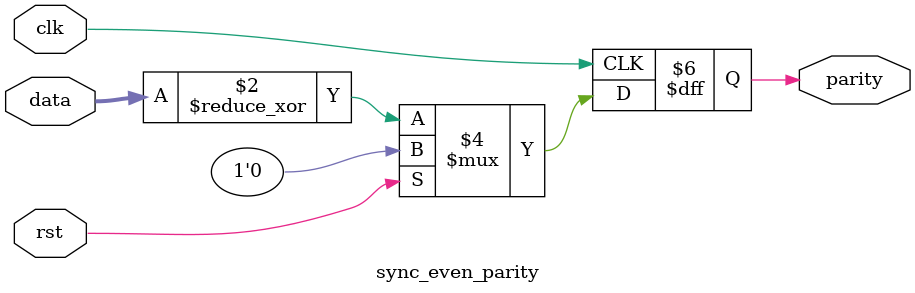
<source format=sv>
module sync_even_parity(
  input clk, rst,
  input [15:0] data,
  output reg parity
);
  always @(posedge clk) begin
    if (rst)
      parity <= 1'b0;
    else
      parity <= ^data;
  end
endmodule
</source>
